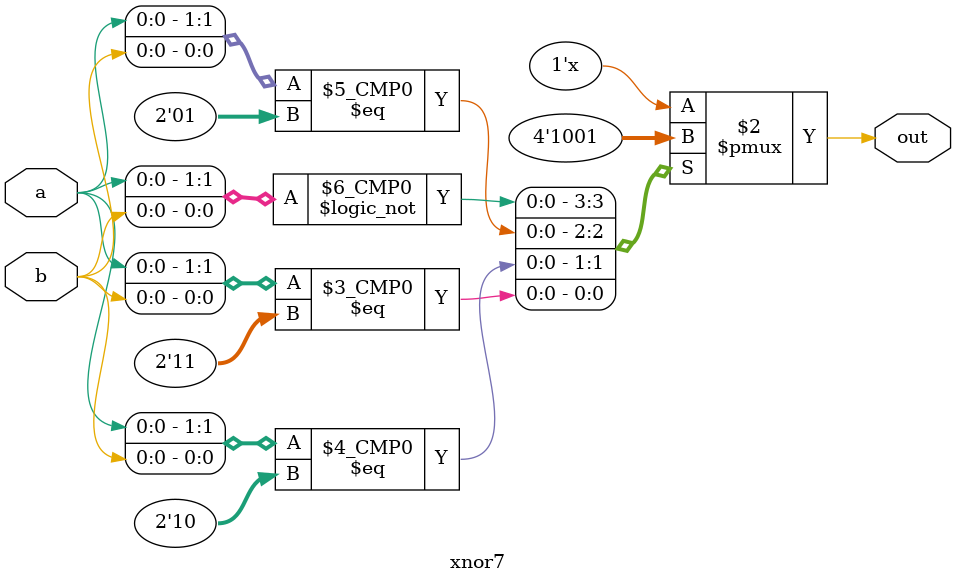
<source format=v>
module xnor7 (
    input wire a,b,
    output reg out
);

always @(*) begin
        case ({a, b})
            2'b00: out = 1'b1;
            2'b01: out = 1'b0;
            2'b10: out = 1'b0;
            2'b11: out = 1'b1;
        endcase
end

endmodule

</source>
